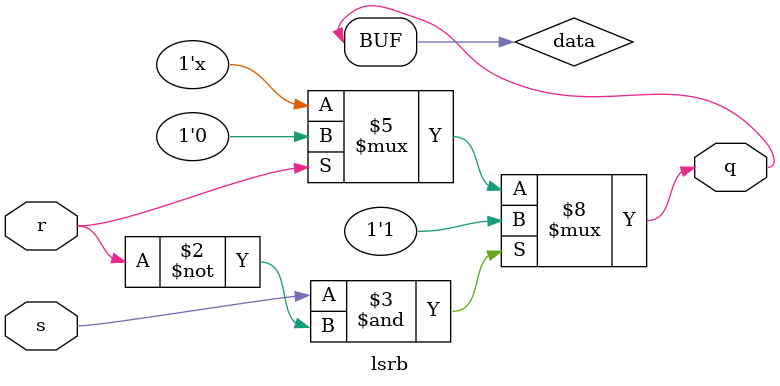
<source format=v>
`include "defs.v"

module lsrb
(
	output	q,
	input		r,
	input		s
);

reg	data = 1'b0;

assign q = data;

always @(r or s)
begin
	if (s & ~r) begin
		data <= 1'b1;
	end else if (r) begin
		data <= 1'b0;
	end
end

endmodule

</source>
